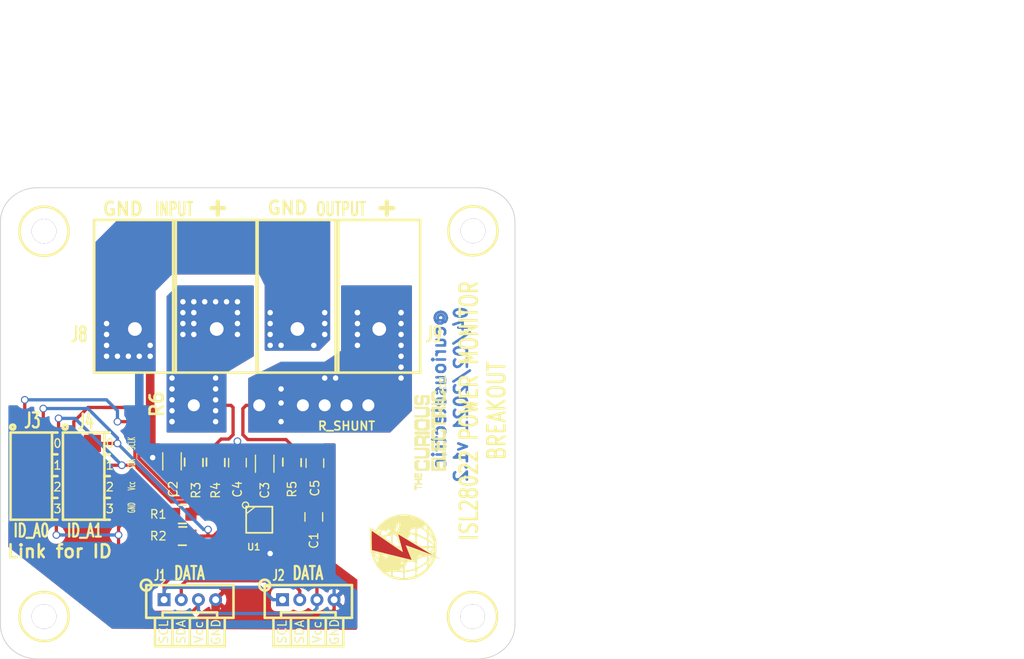
<source format=kicad_pcb>
(kicad_pcb (version 20171130) (host pcbnew "(5.1.10)-1")
  (layers (0 F.Cu signal) (31 B.Cu signal) (34 B.Paste user) (35 F.Paste user) (36 B.SilkS user) (37 F.SilkS user) (38 B.Mask user) (39 F.Mask user) (44 Edge.Cuts user))
  (net 0 "")
  (net 1 GND)
  (net 2 "Net-(C2-Pad1)")
  (net 3 /Vcc)
  (net 4 "Net-(C3-Pad1)")
  (net 5 "Net-(C3-Pad2)")
  (net 6 /Ishp)
  (net 7 /Ishn)
  (net 8 /SDA)
  (net 9 /SCLK)
  (net 10 "Net-(J3-Pad1)")
  (net 11 "Net-(J4-Pad1)")
  (net 12 "Net-(J5-Pad1)")
  (module REInnovationFootprint:SIL-4_Grove_Labelled_Correct (layer F.Cu) (at 58.43 130.41)
    (fp_text reference J1 (at -3.477 -4.953 -180) (layer F.SilkS) (effects (font (size 1.2 0.8) (thickness 0.2))))
    (fp_text value DATA (at -0.048 -5.207 -180) (layer F.SilkS) (effects (font (size 1.524 1.016) (thickness 0.254))))
    (fp_text user Vcc (at 1.016 1.651 90) (layer F.SilkS))
    (fp_text user GND (at 3.048 1.651 90) (layer F.SilkS))
    (fp_text user SDA (at -1.016 1.651 90) (layer F.SilkS))
    (fp_text user SCL (at -3.048 1.651 90) (layer F.SilkS))
    (pad 4 thru_hole circle (at 3 -2.111) (size 1.5 1.5) (drill 0.8) (layers *.Cu *.Mask) (net 1 GND))
    (pad 3 thru_hole circle (at 1 -2.111) (size 1.5 1.5) (drill 0.8) (layers *.Cu *.Mask) (net 3 /Vcc))
    (pad 2 thru_hole circle (at -1 -2.111) (size 1.5 1.5) (drill 0.8) (layers *.Cu *.Mask) (net 8 /SDA))
    (pad 1 thru_hole rect (at -3 -2.111) (size 1.5 1.5) (drill 0.8) (layers *.Cu *.Mask) (net 9 /SCLK))
  )
  (module REInnovationFootprint:TH_SIL-2_screw_terminal_32A_LARGE (layer F.Cu) (at 61.557 96.755 180)
    (fp_text reference J8 (at 16.002 -0.635 180) (layer F.SilkS) (effects (font (size 1.72974 1.08712) (thickness 0.27178))))
    (fp_text value INPUT (at 4.953 13.97 180) (layer F.SilkS) (effects (font (size 1.524 1.016) (thickness 0.254))))
    (fp_text user GND (at 10.922 13.97 180) (layer F.SilkS) (effects (font (size 1.524 1.524) (thickness 0.3048))))
    (fp_text user + (at -0.127 14.224 180) (layer F.SilkS) (effects (font (size 2 2) (thickness 0.5))))
    (pad 1 thru_hole rect (at 0 0 180) (size 3 3) (drill 1.6) (layers *.Cu *.Mask) (net 6 /Ishp))
    (pad 2 thru_hole circle (at 9.525 0 180) (size 3 3) (drill 1.6) (layers *.Cu *.Mask) (net 1 GND))
  )
  (module REInnovationFootprint:TH_SIL-2_screw_terminal_32A_LARGE (layer F.Cu) (at 80.48 96.755 180)
    (fp_text reference J9 (at -6.35 -0.635 180) (layer F.SilkS) (effects (font (size 1.72974 1.08712) (thickness 0.27178))))
    (fp_text value OUTPUT (at 4.445 13.97 180) (layer F.SilkS) (effects (font (size 1.524 1.016) (thickness 0.254))))
    (fp_text user GND (at 10.668 14.097 180) (layer F.SilkS) (effects (font (size 1.524 1.524) (thickness 0.3048))))
    (fp_text user + (at -0.889 14.224 180) (layer F.SilkS) (effects (font (size 2 2) (thickness 0.5))))
    (pad 1 thru_hole rect (at 0 0 180) (size 3 3) (drill 1.6) (layers *.Cu *.Mask) (net 7 /Ishn))
    (pad 2 thru_hole circle (at 9.525 0 180) (size 3 3) (drill 1.6) (layers *.Cu *.Mask) (net 1 GND))
  )
  (module matts_components:Rshunt_universal (layer F.Cu) (at 58.89 105.645)
    (fp_text reference R6 (at -4.318 -0.127 90) (layer F.SilkS) (effects (font (size 1.524 1.524) (thickness 0.3048))))
    (fp_text value R_SHUNT (at 17.78 2.413) (layer F.SilkS) (effects (font (thickness 0.2))))
    (pad 2 thru_hole rect (at 7.62 0) (size 2.54 6.35) (drill 1.4) (layers *.Cu *.Mask) (net 7 /Ishn))
    (pad 2 thru_hole rect (at 17.78 0) (size 2.54 2.54) (drill 1.4) (layers *.Cu *.Mask) (net 7 /Ishn))
    (pad 2 thru_hole rect (at 15.24 0) (size 2.54 2.54) (drill 1.4) (layers *.Cu *.Mask) (net 7 /Ishn))
    (pad 2 thru_hole rect (at 12.7 0) (size 2.54 6.35) (drill 1.4) (layers *.Cu *.Mask) (net 7 /Ishn))
    (pad 2 thru_hole rect (at 20.32 0) (size 2.54 2.54) (drill 1.4) (layers *.Cu *.Mask) (net 7 /Ishn))
    (pad 1 thru_hole rect (at 0 0) (size 2.54 6.35) (drill 1.4) (layers *.Cu *.Mask) (net 6 /Ishp))
  )
  (module REInnovationFootprint:SM_C_0805 (layer F.Cu) (at 72.86 118.6548 270)
    (fp_text reference C1 (at 2.7382 0 90) (layer F.SilkS))
    (fp_text value 100n hide)
    (pad 1 smd rect (at -0.9398 0 270) (size 1.3 1.5) (layers F.Cu F.Paste F.Mask) (net 1 GND))
    (pad 2 smd rect (at 0.9602 0 270) (size 1.3 1.5) (layers F.Cu F.Paste F.Mask) (net 3 /Vcc))
  )
  (module REInnovationFootprint:SM_R_1206 (layer F.Cu) (at 67.145 112.45 90)
    (fp_text reference C3 (at -3.101 0 270) (layer F.SilkS))
    (fp_text value 1u hide)
    (pad 1 smd rect (at -1.45 0 90) (size 0.9 1.7) (layers F.Cu F.Paste F.Mask) (net 4 "Net-(C3-Pad1)"))
    (pad 2 smd rect (at 1.45 0 90) (size 0.9 1.7) (layers F.Cu F.Paste F.Mask) (net 5 "Net-(C3-Pad2)"))
  )
  (module REInnovationFootprint:SM0805 (layer F.Cu) (at 57.62 118.345 270)
    (fp_text reference R1 (at 0 2.8702) (layer F.SilkS))
    (fp_text value 4.7k hide)
    (pad 1 smd rect (at 0 -0.9348 270) (size 1.5 1.3) (layers F.Cu F.Paste F.Mask) (net 8 /SDA))
    (pad 2 smd rect (at 0 0.9652 270) (size 1.5 1.3) (layers F.Cu F.Paste F.Mask) (net 3 /Vcc))
  )
  (module REInnovationFootprint:SM0805 (layer F.Cu) (at 57.62 120.885 270)
    (fp_text reference R2 (at 0 2.8702) (layer F.SilkS))
    (fp_text value 4.7k hide)
    (pad 1 smd rect (at 0 -0.9348 270) (size 1.5 1.3) (layers F.Cu F.Paste F.Mask) (net 9 /SCLK))
    (pad 2 smd rect (at 0 0.9652 270) (size 1.5 1.3) (layers F.Cu F.Paste F.Mask) (net 3 /Vcc))
  )
  (module REInnovationFootprint:SM0805 (layer F.Cu) (at 58.89 112.3302 180)
    (fp_text reference R3 (at -0.254 -3.2208 90) (layer F.SilkS))
    (fp_text value 470R hide)
    (pad 2 smd rect (at 0 0.9652 180) (size 1.5 1.3) (layers F.Cu F.Paste F.Mask) (net 6 /Ishp))
    (pad 1 smd rect (at 0 -0.9348 180) (size 1.5 1.3) (layers F.Cu F.Paste F.Mask) (net 2 "Net-(C2-Pad1)"))
  )
  (module REInnovationFootprint:SM0805 (layer F.Cu) (at 61.43 112.3252 180)
    (fp_text reference R4 (at 0 -3.2258 90) (layer F.SilkS))
    (fp_text value 470R hide)
    (pad 2 smd rect (at 0 0.9652 180) (size 1.5 1.3) (layers F.Cu F.Paste F.Mask) (net 6 /Ishp))
    (pad 1 smd rect (at 0 -0.9348 180) (size 1.5 1.3) (layers F.Cu F.Paste F.Mask) (net 4 "Net-(C3-Pad1)"))
  )
  (module REInnovationFootprint:SM0805 (layer F.Cu) (at 70.32 112.3302 180)
    (fp_text reference R5 (at 0 -3.0938 90) (layer F.SilkS))
    (fp_text value 470R hide)
    (pad 2 smd rect (at 0 0.9652 180) (size 1.5 1.3) (layers F.Cu F.Paste F.Mask) (net 7 /Ishn))
    (pad 1 smd rect (at 0 -0.9348 180) (size 1.5 1.3) (layers F.Cu F.Paste F.Mask) (net 5 "Net-(C3-Pad2)"))
  )
  (module REInnovationFootprint:MSOP10-0.5 (layer F.Cu) (at 66.51 118.98 270)
    (fp_text reference U1 (at 3.175 0.635) (layer F.SilkS) (effects (font (size 0.762 0.762) (thickness 0.1524))))
    (fp_text value ISL28022 hide)
    (pad 1 smd rect (at -1.016 2.2225 270) (size 0.29 1.4) (layers F.Cu F.Paste F.Mask) (net 11 "Net-(J4-Pad1)"))
    (pad 2 smd rect (at -0.508 2.2225 270) (size 0.29 1.4) (layers F.Cu F.Paste F.Mask) (net 10 "Net-(J3-Pad1)"))
    (pad 3 smd rect (at 0 2.2225 270) (size 0.29 1.4) (layers F.Cu F.Paste F.Mask) (net 1 GND))
    (pad 4 smd rect (at 0.508 2.2225 270) (size 0.29 1.4) (layers F.Cu F.Paste F.Mask) (net 8 /SDA))
    (pad 5 smd rect (at 1.016 2.2225 270) (size 0.29 1.4) (layers F.Cu F.Paste F.Mask) (net 9 /SCLK))
    (pad 6 smd rect (at 1.016 -2.2225 270) (size 0.29 1.4) (layers F.Cu F.Paste F.Mask) (net 3 /Vcc))
    (pad 7 smd rect (at 0.508 -2.2225 270) (size 0.29 1.4) (layers F.Cu F.Paste F.Mask) (net 1 GND))
    (pad 8 smd rect (at 0 -2.2225 270) (size 0.29 1.4) (layers F.Cu F.Paste F.Mask) (net 2 "Net-(C2-Pad1)"))
    (pad 9 smd rect (at -0.508 -2.2225 270) (size 0.29 1.4) (layers F.Cu F.Paste F.Mask) (net 5 "Net-(C3-Pad2)"))
    (pad 10 smd rect (at -1.016 -2.2225 270) (size 0.29 1.4) (layers F.Cu F.Paste F.Mask) (net 4 "Net-(C3-Pad1)"))
  )
  (module CuriousElectric3:2019_011_16_CuriousElectricCompany_Logo_Round_Logo_No_words_KiCAD_10mm_PCBLogo (layer B.Cu) (at 87.465 121.52 270)
    (fp_text reference J6 hide)
    (fp_text value LOGO1 hide)
    (fp_poly (pts (xy 1.598158 5.545666) (xy 1.705783 5.113042) (xy 1.80602 4.705886) (xy 1.897159 4.331429) (xy 1.977492 3.996898) (xy 2.045309 3.709525) (xy 2.098903 3.476537) (xy 2.136563 3.305164) (xy 2.156581 3.202636) (xy 2.158569 3.175) (xy 2.111409 3.190455) (xy 1.998121 3.233634) (xy 1.830759 3.299761) (xy 1.621372 3.384057) (xy 1.382015 3.481744) (xy 1.30842 3.512018) (xy 1.064121 3.611815) (xy 0.84763 3.698579) (xy 0.670636 3.767764) (xy 0.544826 3.814825) (xy 0.481885 3.835215) (xy 0.476981 3.835425) (xy 0.488865 3.793728) (xy 0.529404 3.678319) (xy 0.596627 3.494419) (xy 0.688564 3.247251) (xy 0.803244 2.942034) (xy 0.938696 2.583991) (xy 1.09295 2.178343) (xy 1.264034 1.730312) (xy 1.449979 1.24512) (xy 1.648813 0.727987) (xy 1.696865 0.60325) (xy 1.718786 0.530957) (xy 1.716638 0.508) (xy 1.690623 0.542461) (xy 1.627213 0.638947) (xy 1.53296 0.787116) (xy 1.414414 0.976624) (xy 1.278125 1.197128) (xy 1.213951 1.30175) (xy 0.839385 1.914222) (xy 0.507452 2.457896) (xy 0.21624 2.935974) (xy -0.036165 3.351659) (xy -0.251675 3.708153) (xy -0.432203 4.008659) (xy -0.579661 4.256379) (xy -0.695963 4.454515) (xy -0.783021 4.606271) (xy -0.842749 4.714848) (xy -0.877058 4.783449) (xy -0.887861 4.815277) (xy -0.886433 4.818326) (xy -0.837265 4.811146) (xy -0.718164 4.783815) (xy -0.54065 4.739279) (xy -0.316247 4.680484) (xy -0.056475 4.610374) (xy 0.152388 4.552763) (xy 0.429212 4.47628) (xy 0.677522 4.408732) (xy 0.886181 4.353062) (xy 1.044052 4.312214) (xy 1.139998 4.289131) (xy 1.164643 4.285271) (xy 1.143056 4.321197) (xy 1.077521 4.420041) (xy 0.972518 4.575268) (xy 0.832523 4.780344) (xy 0.662014 5.028737) (xy 0.46547 5.313912) (xy 0.247368 5.629335) (xy 0.012186 5.968473) (xy -0.069101 6.085474) (xy -0.309311 6.431462) (xy -0.534242 6.756214) (xy -0.739372 7.053148) (xy -0.920181 7.315681) (xy -1.072147 7.537233) (xy -1.190747 7.71122) (xy -1.271462 7.831062) (xy -1.309769 7.890176) (xy -1.312333 7.895224) (xy -1.271806 7.900749) (xy -1.157444 7.905734) (xy -0.980081 7.909982) (xy -0.750549 7.913295) (xy -0.47968 7.915476) (xy -0.178306 7.916328) (xy -0.153453 7.916333) (xy 1.005427 7.916333) (xy 1.598158 5.545666)) (layer F.Cu) (width 0.01))
  )
  (module CuriousElectric3:TCEC_Words_13mm (layer F.Cu) (at 84.29 115.805 90)
    (fp_text reference J7 hide)
    (fp_text value LOGO2 hide)
  )
  (module REInnovationFootprint:SM_R_1206 (layer F.Cu) (at 56.35 112.175 90)
    (fp_text reference C2 (at -3.249 0.127 270) (layer F.SilkS))
    (fp_text value 2.2u hide)
    (pad 1 smd rect (at -1.45 0 90) (size 0.9 1.7) (layers F.Cu F.Paste F.Mask) (net 2 "Net-(C2-Pad1)"))
    (pad 2 smd rect (at 1.45 0 90) (size 0.9 1.7) (layers F.Cu F.Paste F.Mask) (net 1 GND))
  )
  (module REInnovationFootprint:SM_C_0805 (layer F.Cu) (at 63.97 112.3252 90)
    (fp_text reference C4 (at -3.0988 0 270) (layer F.SilkS))
    (fp_text value 10n hide)
    (pad 2 smd rect (at 0.9602 0 90) (size 1.3 1.5) (layers F.Cu F.Paste F.Mask) (net 1 GND))
    (pad 1 smd rect (at -0.9398 0 90) (size 1.3 1.5) (layers F.Cu F.Paste F.Mask) (net 4 "Net-(C3-Pad1)"))
  )
  (module REInnovationFootprint:SM_C_0805 (layer F.Cu) (at 72.987 112.376 90)
    (fp_text reference C5 (at -2.921 0 90) (layer F.SilkS))
    (fp_text value 10n hide)
    (pad 1 smd rect (at -0.9398 0 90) (size 1.3 1.5) (layers F.Cu F.Paste F.Mask) (net 5 "Net-(C3-Pad2)"))
    (pad 2 smd rect (at 0.9602 0 90) (size 1.3 1.5) (layers F.Cu F.Paste F.Mask) (net 1 GND))
  )
  (module REInnovationFootprint:SIL-4_Grove_Labelled_Correct (layer F.Cu) (at 72.225 130.41)
    (fp_text reference J2 (at -3.477 -4.953 -180) (layer F.SilkS) (effects (font (size 1.2 0.8) (thickness 0.2))))
    (fp_text value DATA (at -0.048 -5.207 -180) (layer F.SilkS) (effects (font (size 1.524 1.016) (thickness 0.254))))
    (fp_text user Vcc (at 1.016 1.651 90) (layer F.SilkS))
    (fp_text user GND (at 3.048 1.651 90) (layer F.SilkS))
    (fp_text user SDA (at -1.016 1.651 90) (layer F.SilkS))
    (fp_text user SCL (at -3.048 1.651 90) (layer F.SilkS))
    (pad 4 thru_hole circle (at 3 -2.111) (size 1.5 1.5) (drill 0.8) (layers *.Cu *.Mask) (net 1 GND))
    (pad 3 thru_hole circle (at 1 -2.111) (size 1.5 1.5) (drill 0.8) (layers *.Cu *.Mask) (net 3 /Vcc))
    (pad 2 thru_hole circle (at -1 -2.111) (size 1.5 1.5) (drill 0.8) (layers *.Cu *.Mask) (net 8 /SDA))
    (pad 1 thru_hole rect (at -3 -2.111) (size 1.5 1.5) (drill 0.8) (layers *.Cu *.Mask) (net 9 /SCLK))
  )
  (module REInnovationFootprint:SM_SOLDER_ID_4_WAY (layer F.Cu) (at 39.84 120.885)
    (fp_text reference J3 (at 0.254 -13.462) (layer F.SilkS) (effects (font (size 1.72974 1.08712) (thickness 0.27178))))
    (fp_text value ID_A0 (at 0.127 -0.635) (layer F.SilkS) (effects (font (size 1.524 1.016) (thickness 0.254))))
    (fp_text user 3 (at 3.175 -3.175) (layer F.SilkS))
    (fp_text user 2 (at 3.175 -5.715) (layer F.SilkS))
    (fp_text user 1 (at 3.175 -8.255) (layer F.SilkS))
    (fp_text user 0 (at 3.175 -10.795) (layer F.SilkS))
    (pad 1 smd rect (at -1.524 -6.985) (size 1 9) (layers F.Cu) (net 10 "Net-(J3-Pad1)"))
    (pad 1 smd rect (at -1.016 -10.795) (size 2 2) (layers F.Cu F.Paste F.Mask) (net 10 "Net-(J3-Pad1)"))
    (pad 1 smd rect (at -1.016 -8.255) (size 2 2) (layers F.Cu F.Paste F.Mask) (net 10 "Net-(J3-Pad1)"))
    (pad 1 smd rect (at -1.016 -3.175) (size 2 2) (layers F.Cu F.Paste F.Mask) (net 10 "Net-(J3-Pad1)"))
    (pad 5 smd rect (at 1.143 -3.175) (size 2 2) (layers F.Cu F.Paste F.Mask) (net 1 GND))
    (pad 4 smd rect (at 1.143 -5.715) (size 2 2) (layers F.Cu F.Paste F.Mask) (net 3 /Vcc))
    (pad 3 smd rect (at 1.143 -8.255) (size 2 2) (layers F.Cu F.Paste F.Mask) (net 8 /SDA))
    (pad 2 smd rect (at 1.143 -10.795) (size 2 2) (layers F.Cu F.Paste F.Mask) (net 9 /SCLK))
    (pad 1 smd rect (at -1.016 -5.715) (size 2 2) (layers F.Cu F.Paste F.Mask) (net 10 "Net-(J3-Pad1)"))
  )
  (module REInnovationFootprint:SM_SOLDER_ID_4_WAY (layer F.Cu) (at 45.936 120.885)
    (fp_text reference J4 (at 0.381 -13.335) (layer F.SilkS) (effects (font (size 1.72974 1.08712) (thickness 0.27178))))
    (fp_text value ID_A1 (at 0.254 -0.635) (layer F.SilkS) (effects (font (size 1.524 1.016) (thickness 0.254))))
    (fp_text user 0 (at 3.175 -10.795) (layer F.SilkS))
    (fp_text user 1 (at 3.175 -8.255) (layer F.SilkS))
    (fp_text user 2 (at 3.175 -5.715) (layer F.SilkS))
    (fp_text user 3 (at 3.175 -3.175) (layer F.SilkS))
    (pad 1 smd rect (at -1.016 -5.715) (size 2 2) (layers F.Cu F.Paste F.Mask) (net 11 "Net-(J4-Pad1)"))
    (pad 2 smd rect (at 1.143 -10.795) (size 2 2) (layers F.Cu F.Paste F.Mask) (net 9 /SCLK))
    (pad 3 smd rect (at 1.143 -8.255) (size 2 2) (layers F.Cu F.Paste F.Mask) (net 8 /SDA))
    (pad 4 smd rect (at 1.143 -5.715) (size 2 2) (layers F.Cu F.Paste F.Mask) (net 3 /Vcc))
    (pad 5 smd rect (at 1.143 -3.175) (size 2 2) (layers F.Cu F.Paste F.Mask) (net 1 GND))
    (pad 1 smd rect (at -1.016 -3.175) (size 2 2) (layers F.Cu F.Paste F.Mask) (net 11 "Net-(J4-Pad1)"))
    (pad 1 smd rect (at -1.016 -8.255) (size 2 2) (layers F.Cu F.Paste F.Mask) (net 11 "Net-(J4-Pad1)"))
    (pad 1 smd rect (at -1.016 -10.795) (size 2 2) (layers F.Cu F.Paste F.Mask) (net 11 "Net-(J4-Pad1)"))
    (pad 1 smd rect (at -1.524 -6.985) (size 1 9) (layers F.Cu) (net 11 "Net-(J4-Pad1)"))
  )
  (module REInnovationFootprint:PCB_60x55_outline (layer F.Cu) (at 83.655 127.235)
    (fp_text reference J5 hide)
    (fp_text value PCB hide)
    (fp_line (start -42.95032 -46.94731) (end -42.95032 -46.94731) (layer Edge.Cuts) (width 0.1))
    (fp_line (start -42.95032 -46.94731) (end -42.95032 -46.94731) (layer Edge.Cuts) (width 0.1))
    (fp_line (start -43.39437 -46.92689) (end -42.95032 -46.94731) (layer Edge.Cuts) (width 0.1))
    (fp_line (start -43.82531 -46.86694) (end -43.39437 -46.92689) (layer Edge.Cuts) (width 0.1))
    (fp_line (start -44.24101 -46.76943) (end -43.82531 -46.86694) (layer Edge.Cuts) (width 0.1))
    (fp_line (start -44.6393 -46.63631) (end -44.24101 -46.76943) (layer Edge.Cuts) (width 0.1))
    (fp_line (start -45.01805 -46.46957) (end -44.6393 -46.63631) (layer Edge.Cuts) (width 0.1))
    (fp_line (start -45.37513 -46.27116) (end -45.01805 -46.46957) (layer Edge.Cuts) (width 0.1))
    (fp_line (start -45.70837 -46.04305) (end -45.37513 -46.27116) (layer Edge.Cuts) (width 0.1))
    (fp_line (start -46.01564 -45.78719) (end -45.70837 -46.04305) (layer Edge.Cuts) (width 0.1))
    (fp_line (start -46.29478 -45.50557) (end -46.01564 -45.78719) (layer Edge.Cuts) (width 0.1))
    (fp_line (start -46.54368 -45.20014) (end -46.29478 -45.50557) (layer Edge.Cuts) (width 0.1))
    (fp_line (start -46.76015 -44.87287) (end -46.54368 -45.20014) (layer Edge.Cuts) (width 0.1))
    (fp_line (start -46.94208 -44.52572) (end -46.76015 -44.87287) (layer Edge.Cuts) (width 0.1))
    (fp_line (start -47.08731 -44.16067) (end -46.94208 -44.52572) (layer Edge.Cuts) (width 0.1))
    (fp_line (start -47.19371 -43.77967) (end -47.08731 -44.16067) (layer Edge.Cuts) (width 0.1))
    (fp_line (start -47.25912 -43.38469) (end -47.19371 -43.77967) (layer Edge.Cuts) (width 0.1))
    (fp_line (start -47.2814 -42.9777) (end -47.25912 -43.38469) (layer Edge.Cuts) (width 0.1))
    (fp_line (start -47.2814 3.9919) (end -47.2814 -42.9777) (layer Edge.Cuts) (width 0.1))
    (fp_line (start -47.25912 4.3988) (end -47.2814 3.9919) (layer Edge.Cuts) (width 0.1))
    (fp_line (start -47.19371 4.7939) (end -47.25912 4.3988) (layer Edge.Cuts) (width 0.1))
    (fp_line (start -47.08731 5.1749) (end -47.19371 4.7939) (layer Edge.Cuts) (width 0.1))
    (fp_line (start -46.94208 5.5399) (end -47.08731 5.1749) (layer Edge.Cuts) (width 0.1))
    (fp_line (start -46.76015 5.887) (end -46.94208 5.5399) (layer Edge.Cuts) (width 0.1))
    (fp_line (start -46.54368 6.2144) (end -46.76015 5.887) (layer Edge.Cuts) (width 0.1))
    (fp_line (start -46.29478 6.5198) (end -46.54368 6.2144) (layer Edge.Cuts) (width 0.1))
    (fp_line (start -46.01564 6.8014) (end -46.29478 6.5198) (layer Edge.Cuts) (width 0.1))
    (fp_line (start -45.70837 7.0572) (end -46.01564 6.8014) (layer Edge.Cuts) (width 0.1))
    (fp_line (start -45.37513 7.2854) (end -45.70837 7.0572) (layer Edge.Cuts) (width 0.1))
    (fp_line (start -45.01805 7.4837) (end -45.37513 7.2854) (layer Edge.Cuts) (width 0.1))
    (fp_line (start -44.6393 7.6505) (end -45.01805 7.4837) (layer Edge.Cuts) (width 0.1))
    (fp_line (start -44.24101 7.7837) (end -44.6393 7.6505) (layer Edge.Cuts) (width 0.1))
    (fp_line (start -43.82531 7.8811) (end -44.24101 7.7837) (layer Edge.Cuts) (width 0.1))
    (fp_line (start -43.39437 7.9411) (end -43.82531 7.8811) (layer Edge.Cuts) (width 0.1))
    (fp_line (start -42.95032 7.9616) (end -43.39437 7.9411) (layer Edge.Cuts) (width 0.1))
    (fp_line (start 8.2963 7.9616) (end -42.95032 7.9616) (layer Edge.Cuts) (width 0.1))
    (fp_line (start 8.7404 7.9411) (end 8.2963 7.9616) (layer Edge.Cuts) (width 0.1))
    (fp_line (start 9.1714 7.8811) (end 8.7404 7.9411) (layer Edge.Cuts) (width 0.1))
    (fp_line (start 9.5871 7.7837) (end 9.1714 7.8811) (layer Edge.Cuts) (width 0.1))
    (fp_line (start 9.9853 7.6505) (end 9.5871 7.7837) (layer Edge.Cuts) (width 0.1))
    (fp_line (start 10.3641 7.4837) (end 9.9853 7.6505) (layer Edge.Cuts) (width 0.1))
    (fp_line (start 10.7212 7.2854) (end 10.3641 7.4837) (layer Edge.Cuts) (width 0.1))
    (fp_line (start 11.0544 7.0572) (end 10.7212 7.2854) (layer Edge.Cuts) (width 0.1))
    (fp_line (start 11.3617 6.8014) (end 11.0544 7.0572) (layer Edge.Cuts) (width 0.1))
    (fp_line (start 11.6408 6.5198) (end 11.3617 6.8014) (layer Edge.Cuts) (width 0.1))
    (fp_line (start 11.8897 6.2144) (end 11.6408 6.5198) (layer Edge.Cuts) (width 0.1))
    (fp_line (start 12.1061 5.887) (end 11.8897 6.2144) (layer Edge.Cuts) (width 0.1))
    (fp_line (start 12.2881 5.5399) (end 12.1061 5.887) (layer Edge.Cuts) (width 0.1))
    (fp_line (start 12.4334 5.1749) (end 12.2881 5.5399) (layer Edge.Cuts) (width 0.1))
    (fp_line (start 12.5397 4.7939) (end 12.4334 5.1749) (layer Edge.Cuts) (width 0.1))
    (fp_line (start 12.6051 4.3988) (end 12.5397 4.7939) (layer Edge.Cuts) (width 0.1))
    (fp_line (start 12.6275 3.9919) (end 12.6051 4.3988) (layer Edge.Cuts) (width 0.1))
    (fp_line (start 12.6275 -42.9777) (end 12.6275 3.9919) (layer Edge.Cuts) (width 0.1))
    (fp_line (start 12.6051 -43.38469) (end 12.6275 -42.9777) (layer Edge.Cuts) (width 0.1))
    (fp_line (start 12.5397 -43.77967) (end 12.6051 -43.38469) (layer Edge.Cuts) (width 0.1))
    (fp_line (start 12.4334 -44.16067) (end 12.5397 -43.77967) (layer Edge.Cuts) (width 0.1))
    (fp_line (start 12.2881 -44.52572) (end 12.4334 -44.16067) (layer Edge.Cuts) (width 0.1))
    (fp_line (start 12.1061 -44.87287) (end 12.2881 -44.52572) (layer Edge.Cuts) (width 0.1))
    (fp_line (start 11.8897 -45.20015) (end 12.1061 -44.87287) (layer Edge.Cuts) (width 0.1))
    (fp_line (start 11.6408 -45.50557) (end 11.8897 -45.20015) (layer Edge.Cuts) (width 0.1))
    (fp_line (start 11.3617 -45.78719) (end 11.6408 -45.50557) (layer Edge.Cuts) (width 0.1))
    (fp_line (start 11.0544 -46.04305) (end 11.3617 -45.78719) (layer Edge.Cuts) (width 0.1))
    (fp_line (start 10.7212 -46.27116) (end 11.0544 -46.04305) (layer Edge.Cuts) (width 0.1))
    (fp_line (start 10.3641 -46.46957) (end 10.7212 -46.27116) (layer Edge.Cuts) (width 0.1))
    (fp_line (start 9.9853 -46.63631) (end 10.3641 -46.46957) (layer Edge.Cuts) (width 0.1))
    (fp_line (start 9.5871 -46.76943) (end 9.9853 -46.63631) (layer Edge.Cuts) (width 0.1))
    (fp_line (start 9.1714 -46.86694) (end 9.5871 -46.76943) (layer Edge.Cuts) (width 0.1))
    (fp_line (start 8.7404 -46.92689) (end 9.1714 -46.86694) (layer Edge.Cuts) (width 0.1))
    (fp_line (start 8.2963 -46.94731) (end 8.7404 -46.92689) (layer Edge.Cuts) (width 0.1))
    (fp_line (start -42.95032 -46.94731) (end 8.2963 -46.94731) (layer Edge.Cuts) (width 0.1))
    (pad 1 thru_hole circle (at -42.208549 -41.874464) (size 2.864946 2.864946) (drill 2.864946) (layers *.Cu *.Mask) (net 12 "Net-(J5-Pad1)"))
    (pad 2 thru_hole circle (at 7.741451 -41.924464) (size 2.864946 2.864946) (drill 2.864946) (layers *.Cu *.Mask))
    (pad 3 thru_hole circle (at 7.691452 3.025532) (size 2.864946 2.864946) (drill 2.864946) (layers *.Cu *.Mask))
    (pad 4 thru_hole circle (at -42.208549 3.025536) (size 2.864946 2.864946) (drill 2.864946) (layers *.Cu *.Mask))
  )
  (gr_text "04/02/2021 v1.2" (at 90.005 104.375 90) (layer B.Cu) (effects (font (size 1.5 1.5) (thickness 0.3)) (justify mirror)))
  (gr_text @curiouselectric (at 87.465 103.74 90) (layer B.Cu) (effects (font (size 1.5 1.5) (thickness 0.3)) (justify mirror)))
  (gr_text "ISL28022 POWER MONITOR\nBREAKOUT" (at 92.545 106.28 90) (layer F.SilkS) (effects (font (size 2 1.5) (thickness 0.3))))
  (gr_text GND (at 51.651 117.583 90) (layer F.SilkS) (effects (font (size 0.8 0.4) (thickness 0.1))))
  (gr_text Vcc (at 51.651 115.043 90) (layer F.SilkS) (effects (font (size 0.8 0.4) (thickness 0.1))))
  (gr_text SDA (at 51.651 112.503 90) (layer F.SilkS) (effects (font (size 0.8 0.4) (thickness 0.1))))
  (gr_text SCLK (at 51.651 110.09 90) (layer F.SilkS) (effects (font (size 0.8 0.4) (thickness 0.1))))
  (gr_text "Link for ID" (at 43.269 122.663) (layer F.SilkS) (effects (font (size 1.5 1.5) (thickness 0.3))))
  (segment (start 70.447 119.488) (end 71.336 118.599) (width 0.381) (layer F.Cu) (net 1))
  (segment (start 71.336 118.599) (end 71.336 118.091) (width 0.381) (layer F.Cu) (net 1))
  (segment (start 71.712 117.715) (end 72.86 117.715) (width 0.381) (layer F.Cu) (net 1))
  (segment (start 71.336 118.091) (end 71.712 117.715) (width 0.381) (layer F.Cu) (net 1))
  (segment (start 73.991 117.715) (end 74.765 116.941) (width 0.381) (layer F.Cu) (net 1))
  (segment (start 72.86 117.715) (end 73.991 117.715) (width 0.381) (layer F.Cu) (net 1))
  (segment (start 74.765 116.941) (end 74.765 112.122) (width 0.381) (layer F.Cu) (net 1))
  (segment (start 74.008 111.365) (end 72.86 111.365) (width 0.381) (layer F.Cu) (net 1))
  (segment (start 74.765 112.122) (end 74.008 111.365) (width 0.381) (layer F.Cu) (net 1))
  (segment (start 53.683 130.537) (end 51.7145 128.5685) (width 0.381) (layer F.Cu) (net 1))
  (segment (start 59.525 130.537) (end 53.683 130.537) (width 0.381) (layer F.Cu) (net 1))
  (via (at 67.78 122.917) (size 0.889) (drill 0.635) (layers F.Cu B.Cu) (net 1))
  (segment (start 51.905 98.87632) (end 50.512774 100.268546) (width 0.381) (layer F.Cu) (net 1))
  (segment (start 51.905 96.755) (end 51.905 98.87632) (width 0.381) (layer F.Cu) (net 1))
  (segment (start 70.955 90.405) (end 70.955 96.755) (width 0.381) (layer F.Cu) (net 1))
  (segment (start 51.905 96.755) (end 51.905 91.04) (width 0.381) (layer F.Cu) (net 1))
  (segment (start 54.826 110.725) (end 56.35 110.725) (width 0.381) (layer F.Cu) (net 1))
  (segment (start 53.937 109.836) (end 54.826 110.725) (width 0.381) (layer F.Cu) (net 1))
  (segment (start 75.225 129.442) (end 75.225 128.299) (width 0.381) (layer F.Cu) (net 1))
  (segment (start 74.13 130.537) (end 75.225 129.442) (width 0.381) (layer F.Cu) (net 1))
  (segment (start 67.78 121.901) (end 71.082 121.901) (width 0.381) (layer B.Cu) (net 1))
  (segment (start 67.78 121.901) (end 67.78 122.917) (width 0.381) (layer B.Cu) (net 1))
  (segment (start 67.78 115.417617) (end 67.78 121.901) (width 0.381) (layer B.Cu) (net 1))
  (segment (start 75.225 126.044) (end 75.225 128.299) (width 0.381) (layer B.Cu) (net 1))
  (segment (start 71.082 121.901) (end 75.225 126.044) (width 0.381) (layer B.Cu) (net 1))
  (segment (start 66.891 122.028) (end 66.891 120.885) (width 0.381) (layer F.Cu) (net 1))
  (segment (start 67.78 122.917) (end 66.891 122.028) (width 0.381) (layer F.Cu) (net 1))
  (segment (start 59.525 130.537) (end 61.43 130.537) (width 0.381) (layer F.Cu) (net 1))
  (segment (start 61.43 130.537) (end 74.13 130.537) (width 0.381) (layer F.Cu) (net 1))
  (segment (start 52.032 96.755) (end 53.81 94.977) (width 1) (layer F.Cu) (net 1))
  (segment (start 53.81 94.977) (end 53.81 93.58) (width 1) (layer F.Cu) (net 1))
  (via (at 67.78 96.12) (size 0.889) (drill 0.635) (layers F.Cu B.Cu) (net 1))
  (segment (start 67.78 94.85) (end 67.78 96.12) (width 1) (layer F.Cu) (net 1))
  (via (at 67.78 97.39) (size 0.889) (drill 0.635) (layers F.Cu B.Cu) (net 1))
  (segment (start 67.78 96.12) (end 67.78 97.39) (width 1) (layer B.Cu) (net 1))
  (via (at 67.78 98.66) (size 0.889) (drill 0.635) (layers F.Cu B.Cu) (net 1))
  (segment (start 67.78 97.39) (end 67.78 98.66) (width 1) (layer F.Cu) (net 1))
  (via (at 69.05 98.66) (size 0.889) (drill 0.635) (layers F.Cu B.Cu) (net 1))
  (segment (start 67.78 98.66) (end 69.05 98.66) (width 1) (layer B.Cu) (net 1))
  (segment (start 48.73 93.58) (end 48.73 94.85) (width 1) (layer B.Cu) (net 1))
  (via (at 48.73 96.12) (size 0.889) (drill 0.635) (layers F.Cu B.Cu) (net 1))
  (segment (start 48.73 94.85) (end 48.73 96.12) (width 1) (layer B.Cu) (net 1))
  (via (at 48.73 97.39) (size 0.889) (drill 0.635) (layers F.Cu B.Cu) (net 1))
  (segment (start 48.73 96.12) (end 48.73 97.39) (width 1) (layer F.Cu) (net 1))
  (via (at 48.73 98.66) (size 0.889) (drill 0.635) (layers F.Cu B.Cu) (net 1))
  (segment (start 48.73 97.39) (end 48.73 98.66) (width 1) (layer B.Cu) (net 1))
  (via (at 48.73 99.93) (size 0.889) (drill 0.635) (layers F.Cu B.Cu) (net 1))
  (segment (start 48.73 98.66) (end 48.73 99.93) (width 1) (layer F.Cu) (net 1))
  (via (at 50 99.93) (size 0.889) (drill 0.635) (layers F.Cu B.Cu) (net 1))
  (segment (start 48.73 99.93) (end 50 99.93) (width 1) (layer B.Cu) (net 1))
  (via (at 51.27 99.93) (size 0.889) (drill 0.635) (layers F.Cu B.Cu) (net 1))
  (via (at 52.54 99.93) (size 0.889) (drill 0.635) (layers F.Cu B.Cu) (net 1))
  (segment (start 51.27 99.93) (end 52.54 99.93) (width 1) (layer B.Cu) (net 1))
  (segment (start 52.54 99.93) (end 53.81 99.93) (width 1) (layer F.Cu) (net 1))
  (via (at 53.81 98.66) (size 0.889) (drill 0.635) (layers F.Cu B.Cu) (net 1))
  (segment (start 53.81 99.93) (end 53.81 98.66) (width 1) (layer F.Cu) (net 1))
  (segment (start 53.81 98.66) (end 53.81 99.93) (width 1) (layer B.Cu) (net 1))
  (via (at 53.81 99.93) (size 0.889) (drill 0.635) (layers F.Cu B.Cu) (net 1))
  (segment (start 40.983 117.71) (end 40.983 119.091) (width 0.381) (layer F.Cu) (net 1))
  (segment (start 50.635 100.565) (end 50.635 99.93) (width 1) (layer F.Cu) (net 1))
  (segment (start 50.635 99.93) (end 51.27 99.93) (width 1) (layer F.Cu) (net 1))
  (segment (start 50 99.93) (end 50.635 99.93) (width 1) (layer F.Cu) (net 1))
  (segment (start 46.063 122.917) (end 46.063 121.012) (width 0.381) (layer F.Cu) (net 1))
  (segment (start 47.079 119.996) (end 47.079 117.71) (width 0.381) (layer F.Cu) (net 1))
  (segment (start 46.063 121.012) (end 47.079 119.996) (width 0.381) (layer F.Cu) (net 1))
  (segment (start 40.983 117.71) (end 40.983 121.266) (width 0.381) (layer F.Cu) (net 1))
  (segment (start 44.3485 124.6315) (end 47.7775 124.6315) (width 0.381) (layer F.Cu) (net 1))
  (segment (start 40.983 121.266) (end 44.3485 124.6315) (width 0.381) (layer F.Cu) (net 1))
  (segment (start 46.063 122.917) (end 47.7775 124.6315) (width 0.381) (layer F.Cu) (net 1))
  (segment (start 47.7775 124.6315) (end 51.7145 128.5685) (width 0.381) (layer F.Cu) (net 1))
  (segment (start 55.119 110.725) (end 54.103 111.741) (width 0.381) (layer F.Cu) (net 1))
  (segment (start 56.35 110.725) (end 55.119 110.725) (width 0.381) (layer F.Cu) (net 1))
  (via (at 54.103 111.741) (size 0.889) (drill 0.635) (layers F.Cu B.Cu) (net 1))
  (segment (start 64.103382 111.741) (end 64.481191 112.118809) (width 0.381) (layer B.Cu) (net 1))
  (segment (start 54.103 111.741) (end 64.103382 111.741) (width 0.381) (layer B.Cu) (net 1))
  (segment (start 64.481191 112.118809) (end 67.78 115.417617) (width 0.381) (layer B.Cu) (net 1))
  (segment (start 52.032 98.152) (end 53.81 99.93) (width 1) (layer F.Cu) (net 1))
  (segment (start 52.032 96.755) (end 52.032 98.152) (width 1) (layer F.Cu) (net 1))
  (segment (start 53.81 107.931) (end 53.937 108.058) (width 1) (layer F.Cu) (net 1))
  (segment (start 53.81 99.93) (end 53.81 107.931) (width 1) (layer F.Cu) (net 1))
  (segment (start 53.937 108.058) (end 53.937 109.836) (width 0.381) (layer F.Cu) (net 1))
  (segment (start 52.032 99.422) (end 52.54 99.93) (width 1) (layer B.Cu) (net 1))
  (segment (start 52.032 96.755) (end 52.032 99.422) (width 1) (layer B.Cu) (net 1))
  (segment (start 52.54 110.178) (end 54.103 111.741) (width 1) (layer B.Cu) (net 1))
  (segment (start 52.54 99.93) (end 52.54 110.178) (width 1) (layer B.Cu) (net 1))
  (segment (start 70.955 96.755) (end 70.955 89.643) (width 1) (layer F.Cu) (net 1))
  (segment (start 70.955 89.643) (end 68.796 87.484) (width 1) (layer F.Cu) (net 1))
  (segment (start 55.461 87.484) (end 52.032 90.913) (width 1) (layer F.Cu) (net 1))
  (segment (start 68.796 87.484) (end 55.461 87.484) (width 1) (layer F.Cu) (net 1))
  (segment (start 51.905 91.04) (end 52.032 90.913) (width 0.381) (layer F.Cu) (net 1))
  (segment (start 52.032 90.913) (end 52.413 90.532) (width 1) (layer F.Cu) (net 1))
  (segment (start 52.032 96.755) (end 52.032 90.913) (width 1) (layer F.Cu) (net 1))
  (segment (start 52.413 90.532) (end 55.08 87.865) (width 0.381) (layer F.Cu) (net 1))
  (segment (start 70.955 96.755) (end 72.86 98.66) (width 1) (layer F.Cu) (net 1))
  (via (at 72.86 98.66) (size 0.889) (drill 0.635) (layers F.Cu B.Cu) (net 1))
  (via (at 74.13 97.39) (size 0.889) (drill 0.635) (layers F.Cu B.Cu) (net 1))
  (segment (start 72.86 98.66) (end 74.13 97.39) (width 1) (layer F.Cu) (net 1))
  (via (at 74.13 96.12) (size 0.889) (drill 0.635) (layers F.Cu B.Cu) (net 1))
  (segment (start 74.13 97.39) (end 74.13 96.12) (width 1) (layer B.Cu) (net 1))
  (segment (start 74.13 96.12) (end 74.13 94.85) (width 1) (layer B.Cu) (net 1))
  (via (at 74.13 94.85) (size 0.889) (drill 0.635) (layers F.Cu B.Cu) (net 1))
  (via (at 67.78 94.85) (size 0.889) (drill 0.635) (layers F.Cu B.Cu) (net 1))
  (segment (start 67.78 96.12) (end 67.78 94.85) (width 1) (layer B.Cu) (net 1))
  (segment (start 52.032 96.755) (end 52.032 91.548) (width 1) (layer B.Cu) (net 1))
  (segment (start 67.145 87.23) (end 70.955 91.04) (width 1) (layer B.Cu) (net 1))
  (segment (start 70.955 91.04) (end 70.955 96.755) (width 1) (layer B.Cu) (net 1))
  (segment (start 56.35 87.23) (end 67.145 87.23) (width 1) (layer B.Cu) (net 1))
  (segment (start 52.032 91.548) (end 56.35 87.23) (width 1) (layer B.Cu) (net 1))
  (segment (start 61.43 128.299) (end 61.43 130.41) (width 1) (layer F.Cu) (net 1))
  (segment (start 61.43 130.41) (end 61.43 130.537) (width 0.381) (layer F.Cu) (net 1))
  (segment (start 53.6115 130.8465) (end 53.175 130.41) (width 1) (layer F.Cu) (net 1))
  (segment (start 59.7235 130.8465) (end 60.16 130.41) (width 1) (layer F.Cu) (net 1))
  (segment (start 53.6115 130.8465) (end 59.7235 130.8465) (width 1) (layer F.Cu) (net 1))
  (segment (start 61.43 130.41) (end 60.16 130.41) (width 1) (layer F.Cu) (net 1))
  (segment (start 68.7325 119.488) (end 70.447 119.488) (width 0.254) (layer F.Cu) (net 1))
  (segment (start 66.002 118.98) (end 66.51 119.488) (width 0.254) (layer F.Cu) (net 1))
  (segment (start 64.2875 118.98) (end 66.002 118.98) (width 0.254) (layer F.Cu) (net 1))
  (segment (start 66.51 119.488) (end 67.272 119.488) (width 0.254) (layer F.Cu) (net 1))
  (segment (start 67.526 119.488) (end 67.272 119.488) (width 0.254) (layer F.Cu) (net 1))
  (segment (start 68.7325 119.488) (end 67.526 119.488) (width 0.254) (layer F.Cu) (net 1))
  (segment (start 67.018 119.488) (end 67.018 120.123) (width 0.254) (layer F.Cu) (net 1))
  (segment (start 67.018 119.488) (end 66.51 119.488) (width 0.254) (layer F.Cu) (net 1))
  (segment (start 67.526 119.488) (end 67.018 119.488) (width 0.254) (layer F.Cu) (net 1))
  (segment (start 63.97 111.365) (end 63.97 109.836) (width 0.381) (layer F.Cu) (net 1))
  (via (at 63.97 109.836) (size 0.889) (drill 0.635) (layers F.Cu B.Cu) (net 1))
  (segment (start 58.885 113.26) (end 58.89 113.265) (width 0.381) (layer F.Cu) (net 2))
  (segment (start 58.89 114.296) (end 58.89 113.265) (width 0.381) (layer F.Cu) (net 2))
  (segment (start 66.637 117.583) (end 63.716 114.662) (width 0.381) (layer F.Cu) (net 2))
  (segment (start 63.716 114.662) (end 59.256 114.662) (width 0.381) (layer F.Cu) (net 2))
  (segment (start 59.256 114.662) (end 58.89 114.296) (width 0.381) (layer F.Cu) (net 2))
  (segment (start 56.35 113.625) (end 57.387 113.625) (width 0.381) (layer F.Cu) (net 2))
  (segment (start 57.747 113.265) (end 58.89 113.265) (width 0.381) (layer F.Cu) (net 2))
  (segment (start 57.387 113.625) (end 57.747 113.265) (width 0.381) (layer F.Cu) (net 2))
  (segment (start 67.145 118.98) (end 66.637 118.472) (width 0.254) (layer F.Cu) (net 2))
  (segment (start 68.7325 118.98) (end 67.145 118.98) (width 0.254) (layer F.Cu) (net 2))
  (segment (start 66.637 118.472) (end 66.637 117.583) (width 0.254) (layer F.Cu) (net 2))
  (segment (start 70.585592 119.996) (end 70.966592 119.615) (width 0.381) (layer F.Cu) (net 3))
  (segment (start 70.966592 119.615) (end 72.86 119.615) (width 0.381) (layer F.Cu) (net 3))
  (segment (start 70.193 119.996) (end 70.585592 119.996) (width 0.381) (layer F.Cu) (net 3))
  (segment (start 70.585592 123.563592) (end 70.585592 119.996) (width 0.381) (layer F.Cu) (net 3))
  (segment (start 73.225 126.203) (end 71.2725 124.2505) (width 0.381) (layer F.Cu) (net 3))
  (segment (start 73.225 128.299) (end 73.225 126.203) (width 0.381) (layer F.Cu) (net 3))
  (segment (start 71.2725 124.2505) (end 70.585592 123.563592) (width 0.381) (layer F.Cu) (net 3))
  (segment (start 59.43 129.553) (end 59.43 128.299) (width 0.381) (layer B.Cu) (net 3))
  (segment (start 59.779 129.902) (end 59.43 129.553) (width 0.381) (layer B.Cu) (net 3))
  (segment (start 72.606 129.902) (end 59.779 129.902) (width 0.381) (layer B.Cu) (net 3))
  (segment (start 73.225 128.299) (end 73.225 129.283) (width 0.381) (layer B.Cu) (net 3))
  (segment (start 73.225 129.283) (end 72.606 129.902) (width 0.381) (layer B.Cu) (net 3))
  (segment (start 56.6548 120.885) (end 56.6548 118.345) (width 0.381) (layer F.Cu) (net 3))
  (segment (start 50 115.17) (end 51.905 115.17) (width 0.381) (layer F.Cu) (net 3))
  (segment (start 55.08 118.345) (end 56.6548 118.345) (width 0.381) (layer F.Cu) (net 3))
  (segment (start 50 115.17) (end 47.079 115.17) (width 0.381) (layer F.Cu) (net 3))
  (segment (start 42.364 115.17) (end 42.888 115.694) (width 0.381) (layer F.Cu) (net 3))
  (segment (start 40.983 115.17) (end 42.364 115.17) (width 0.381) (layer F.Cu) (net 3))
  (segment (start 42.888 115.694) (end 42.888 120.758) (width 0.381) (layer F.Cu) (net 3))
  (via (at 42.888 120.758) (size 0.889) (drill 0.635) (layers F.Cu B.Cu) (net 3))
  (segment (start 42.888 120.758) (end 50.127 120.758) (width 0.381) (layer B.Cu) (net 3))
  (via (at 50.127 120.758) (size 0.889) (drill 0.635) (layers F.Cu B.Cu) (net 3))
  (segment (start 50.127 119.869) (end 53.3655 116.6305) (width 0.381) (layer F.Cu) (net 3))
  (segment (start 50.127 120.758) (end 50.127 119.869) (width 0.381) (layer F.Cu) (net 3))
  (segment (start 51.905 115.17) (end 53.3655 116.6305) (width 0.381) (layer F.Cu) (net 3))
  (segment (start 53.3655 116.6305) (end 55.08 118.345) (width 0.381) (layer F.Cu) (net 3))
  (segment (start 50.127 126.092) (end 50.127 120.758) (width 0.381) (layer F.Cu) (net 3))
  (segment (start 58.636 129.775) (end 53.81 129.775) (width 0.381) (layer F.Cu) (net 3))
  (segment (start 59.43 128.981) (end 58.636 129.775) (width 0.381) (layer F.Cu) (net 3))
  (segment (start 53.81 129.775) (end 50.127 126.092) (width 0.381) (layer F.Cu) (net 3))
  (segment (start 59.43 128.299) (end 59.43 128.981) (width 0.381) (layer F.Cu) (net 3))
  (segment (start 68.7325 119.996) (end 70.193 119.996) (width 0.254) (layer F.Cu) (net 3))
  (segment (start 61.43 113.26) (end 63.97 113.26) (width 0.381) (layer F.Cu) (net 4))
  (segment (start 65.741 113.9) (end 67.145 113.9) (width 0.381) (layer F.Cu) (net 4))
  (segment (start 63.97 113.26) (end 65.101 113.26) (width 0.381) (layer F.Cu) (net 4))
  (segment (start 65.101 113.26) (end 65.741 113.9) (width 0.381) (layer F.Cu) (net 4))
  (segment (start 67.145 113.9) (end 67.145 114.916) (width 0.381) (layer F.Cu) (net 4))
  (segment (start 67.145 114.916) (end 68.7325 116.5035) (width 0.381) (layer F.Cu) (net 4))
  (segment (start 68.7325 117.964) (end 68.7325 116.5035) (width 0.254) (layer F.Cu) (net 4))
  (segment (start 70.32 114.296) (end 70.32 113.265) (width 0.381) (layer F.Cu) (net 5))
  (segment (start 70.32 117.9655) (end 70.32 114.296) (width 0.381) (layer F.Cu) (net 5))
  (segment (start 72.86 113.265) (end 70.32 113.265) (width 0.381) (layer F.Cu) (net 5))
  (segment (start 69.189 113.265) (end 70.32 113.265) (width 0.381) (layer F.Cu) (net 5))
  (segment (start 68.579 113.265) (end 69.189 113.265) (width 0.381) (layer F.Cu) (net 5))
  (segment (start 67.145 111.831) (end 68.579 113.265) (width 0.381) (layer F.Cu) (net 5))
  (segment (start 67.145 111) (end 67.145 111.831) (width 0.381) (layer F.Cu) (net 5))
  (segment (start 69.8135 118.472) (end 70.32 117.9655) (width 0.254) (layer F.Cu) (net 5))
  (segment (start 68.7325 118.472) (end 69.8135 118.472) (width 0.254) (layer F.Cu) (net 5))
  (segment (start 61.425 111.365) (end 61.43 111.36) (width 0.381) (layer F.Cu) (net 6))
  (segment (start 58.89 111.365) (end 61.425 111.365) (width 0.381) (layer F.Cu) (net 6))
  (segment (start 61.43 99.295) (end 61.43 96.755) (width 0.381) (layer B.Cu) (net 6))
  (segment (start 58.89 101.835) (end 61.43 99.295) (width 0.381) (layer B.Cu) (net 6))
  (segment (start 61.557 94.255) (end 62.232 93.58) (width 1) (layer F.Cu) (net 6))
  (segment (start 61.557 96.755) (end 61.557 94.255) (width 1) (layer F.Cu) (net 6))
  (via (at 63.97 93.58) (size 0.889) (drill 0.635) (layers F.Cu B.Cu) (net 6))
  (segment (start 62.232 93.58) (end 63.97 93.58) (width 1) (layer F.Cu) (net 6))
  (segment (start 63.97 93.58) (end 62.7 93.58) (width 1) (layer B.Cu) (net 6))
  (via (at 61.43 93.58) (size 0.889) (drill 0.635) (layers F.Cu B.Cu) (net 6))
  (segment (start 62.7 93.58) (end 61.43 93.58) (width 1) (layer B.Cu) (net 6))
  (via (at 60.16 93.58) (size 0.889) (drill 0.635) (layers F.Cu B.Cu) (net 6))
  (segment (start 61.43 93.58) (end 60.16 93.58) (width 1) (layer F.Cu) (net 6))
  (via (at 58.89 93.58) (size 0.889) (drill 0.635) (layers F.Cu B.Cu) (net 6))
  (segment (start 60.16 93.58) (end 58.89 93.58) (width 1) (layer B.Cu) (net 6))
  (via (at 57.62 93.58) (size 0.889) (drill 0.635) (layers F.Cu B.Cu) (net 6))
  (segment (start 58.89 93.58) (end 57.62 93.58) (width 1) (layer F.Cu) (net 6))
  (via (at 57.62 94.85) (size 0.889) (drill 0.635) (layers F.Cu B.Cu) (net 6))
  (segment (start 57.62 93.58) (end 57.62 94.85) (width 1) (layer B.Cu) (net 6))
  (via (at 57.62 96.12) (size 0.889) (drill 0.635) (layers F.Cu B.Cu) (net 6))
  (segment (start 57.62 94.85) (end 57.62 96.12) (width 1) (layer F.Cu) (net 6))
  (via (at 57.62 97.39) (size 0.889) (drill 0.635) (layers F.Cu B.Cu) (net 6))
  (segment (start 57.62 96.12) (end 57.62 97.39) (width 1) (layer B.Cu) (net 6))
  (segment (start 57.62 97.39) (end 57.62 98.66) (width 1) (layer F.Cu) (net 6))
  (segment (start 57.62 99.93) (end 57.62 101.2) (width 1) (layer F.Cu) (net 6))
  (segment (start 58.89 101.2) (end 58.89 99.93) (width 1) (layer F.Cu) (net 6))
  (via (at 58.89 97.39) (size 0.889) (drill 0.635) (layers F.Cu B.Cu) (net 6))
  (segment (start 58.89 98.66) (end 58.89 97.39) (width 1) (layer F.Cu) (net 6))
  (via (at 58.89 96.12) (size 0.889) (drill 0.635) (layers F.Cu B.Cu) (net 6))
  (segment (start 58.89 97.39) (end 58.89 96.12) (width 1) (layer B.Cu) (net 6))
  (via (at 58.89 94.85) (size 0.889) (drill 0.635) (layers F.Cu B.Cu) (net 6))
  (segment (start 58.89 96.12) (end 58.89 94.85) (width 1) (layer F.Cu) (net 6))
  (via (at 62.7 93.58) (size 0.889) (drill 0.635) (layers F.Cu B.Cu) (net 6))
  (segment (start 58.89 94.85) (end 61.43 94.85) (width 1) (layer B.Cu) (net 6))
  (segment (start 61.43 94.85) (end 62.7 93.58) (width 1) (layer B.Cu) (net 6))
  (segment (start 63.97 93.58) (end 63.97 94.85) (width 1) (layer F.Cu) (net 6))
  (via (at 63.97 96.12) (size 0.889) (drill 0.635) (layers F.Cu B.Cu) (net 6))
  (segment (start 63.97 94.85) (end 63.97 96.12) (width 1) (layer F.Cu) (net 6))
  (via (at 63.97 97.39) (size 0.889) (drill 0.635) (layers F.Cu B.Cu) (net 6))
  (segment (start 63.97 96.12) (end 63.97 97.39) (width 1) (layer B.Cu) (net 6))
  (segment (start 63.97 97.39) (end 63.97 98.66) (width 1) (layer F.Cu) (net 6))
  (segment (start 62.7 99.93) (end 61.43 101.2) (width 1) (layer F.Cu) (net 6))
  (segment (start 60.16 101.2) (end 60.16 99.93) (width 1) (layer F.Cu) (net 6))
  (segment (start 63.97 93.58) (end 63.97 94.85) (width 1) (layer B.Cu) (net 6))
  (via (at 63.97 94.85) (size 0.889) (drill 0.635) (layers F.Cu B.Cu) (net 6))
  (segment (start 61.43 101.2) (end 61.43 102.47) (width 1) (layer B.Cu) (net 6))
  (via (at 61.43 102.47) (size 0.889) (drill 0.635) (layers F.Cu B.Cu) (net 6))
  (segment (start 61.43 102.47) (end 61.43 103.74) (width 1) (layer B.Cu) (net 6))
  (via (at 61.43 103.74) (size 0.889) (drill 0.635) (layers F.Cu B.Cu) (net 6))
  (segment (start 61.43 103.74) (end 61.43 105.01) (width 1) (layer B.Cu) (net 6))
  (via (at 61.43 105.01) (size 0.889) (drill 0.635) (layers F.Cu B.Cu) (net 6))
  (segment (start 61.43 105.01) (end 61.43 106.28) (width 1) (layer B.Cu) (net 6))
  (via (at 61.43 107.55) (size 0.889) (drill 0.635) (layers F.Cu B.Cu) (net 6))
  (segment (start 61.43 106.28) (end 61.43 107.55) (width 1) (layer B.Cu) (net 6))
  (segment (start 61.43 107.55) (end 61.43 106.28) (width 1) (layer F.Cu) (net 6))
  (via (at 61.43 106.28) (size 0.889) (drill 0.635) (layers F.Cu B.Cu) (net 6))
  (segment (start 57.62 101.2) (end 56.35 102.47) (width 1) (layer F.Cu) (net 6))
  (via (at 56.35 103.74) (size 0.889) (drill 0.635) (layers F.Cu B.Cu) (net 6))
  (via (at 56.35 105.01) (size 0.889) (drill 0.635) (layers F.Cu B.Cu) (net 6))
  (segment (start 56.35 103.74) (end 56.35 105.01) (width 1) (layer B.Cu) (net 6))
  (via (at 56.35 106.28) (size 0.889) (drill 0.635) (layers F.Cu B.Cu) (net 6))
  (segment (start 56.35 105.01) (end 56.35 106.28) (width 1) (layer F.Cu) (net 6))
  (via (at 56.35 107.55) (size 0.889) (drill 0.635) (layers F.Cu B.Cu) (net 6))
  (segment (start 56.35 106.28) (end 56.35 107.55) (width 1) (layer B.Cu) (net 6))
  (via (at 56.35 107.55) (size 0.889) (drill 0.635) (layers F.Cu B.Cu) (net 6))
  (segment (start 56.35 103.74) (end 56.35 102.47) (width 1) (layer F.Cu) (net 6))
  (segment (start 56.35 103.74) (end 56.35 102.47) (width 1) (layer B.Cu) (net 6))
  (via (at 56.35 102.47) (size 0.889) (drill 0.635) (layers F.Cu B.Cu) (net 6))
  (segment (start 58.89 101.835) (end 61.557 99.168) (width 1) (layer B.Cu) (net 6))
  (segment (start 61.557 99.168) (end 61.557 96.755) (width 1) (layer B.Cu) (net 6))
  (segment (start 58.89 105.645) (end 58.89 101.835) (width 1) (layer B.Cu) (net 6))
  (segment (start 61.43 111.36) (end 61.43 110.217) (width 0.381) (layer F.Cu) (net 6))
  (segment (start 61.43 110.217) (end 62.065 109.582) (width 0.381) (layer F.Cu) (net 6))
  (segment (start 62.065 109.582) (end 62.954 109.582) (width 0.381) (layer F.Cu) (net 6))
  (segment (start 62.954 109.582) (end 63.462 109.074) (width 0.381) (layer F.Cu) (net 6))
  (segment (start 63.462 109.074) (end 63.462 105.899) (width 0.381) (layer F.Cu) (net 6))
  (segment (start 63.208 105.645) (end 58.89 105.645) (width 0.381) (layer F.Cu) (net 6))
  (segment (start 63.462 105.899) (end 63.208 105.645) (width 0.381) (layer F.Cu) (net 6))
  (segment (start 68.161 105.645) (end 71.59 105.645) (width 0.381) (layer F.Cu) (net 7))
  (segment (start 66.51 105.645) (end 68.161 105.645) (width 0.381) (layer F.Cu) (net 7))
  (segment (start 71.59 105.645) (end 74.13 105.645) (width 0.381) (layer F.Cu) (net 7))
  (segment (start 74.13 105.645) (end 76.67 105.645) (width 0.381) (layer F.Cu) (net 7))
  (segment (start 76.67 105.645) (end 79.21 105.645) (width 0.381) (layer F.Cu) (net 7))
  (segment (start 73.495 105.01) (end 74.13 105.645) (width 0.381) (layer F.Cu) (net 7))
  (segment (start 80.48 100.565) (end 80.48 96.755) (width 0.381) (layer F.Cu) (net 7))
  (segment (start 79.21 101.835) (end 80.48 100.565) (width 0.381) (layer F.Cu) (net 7))
  (segment (start 69.32 105.645) (end 69.05 105.375) (width 1) (layer B.Cu) (net 7))
  (segment (start 71.59 105.645) (end 69.32 105.645) (width 1) (layer B.Cu) (net 7))
  (via (at 69.05 103.74) (size 0.889) (drill 0.635) (layers F.Cu B.Cu) (net 7))
  (segment (start 69.05 105.375) (end 69.05 103.74) (width 1) (layer B.Cu) (net 7))
  (via (at 69.05 105.375) (size 0.889) (drill 0.635) (layers F.Cu B.Cu) (net 7))
  (segment (start 69.05 103.74) (end 69.05 105.375) (width 1) (layer F.Cu) (net 7))
  (segment (start 69.05 105.375) (end 69.05 107.55) (width 1) (layer B.Cu) (net 7))
  (via (at 69.05 107.55) (size 0.889) (drill 0.635) (layers F.Cu B.Cu) (net 7))
  (segment (start 74.13 105.645) (end 74.13 103.375) (width 1) (layer B.Cu) (net 7))
  (via (at 75.4 102.47) (size 0.889) (drill 0.635) (layers F.Cu B.Cu) (net 7))
  (segment (start 74.13 103.375) (end 74.495 103.375) (width 1) (layer B.Cu) (net 7))
  (segment (start 74.495 103.375) (end 75.4 102.47) (width 1) (layer B.Cu) (net 7))
  (segment (start 75.4 102.47) (end 74.13 102.47) (width 1) (layer F.Cu) (net 7))
  (segment (start 74.13 102.47) (end 76.67 102.47) (width 1) (layer F.Cu) (net 7))
  (segment (start 79.21 105.645) (end 79.21 102.47) (width 0.381) (layer F.Cu) (net 7))
  (via (at 83.02 102.47) (size 0.889) (drill 0.635) (layers F.Cu B.Cu) (net 7))
  (segment (start 81.75 102.47) (end 83.02 102.47) (width 1) (layer F.Cu) (net 7))
  (segment (start 83.02 102.47) (end 80.48 102.47) (width 1) (layer B.Cu) (net 7))
  (via (at 74.13 102.47) (size 0.889) (drill 0.635) (layers F.Cu B.Cu) (net 7))
  (segment (start 75.4 102.47) (end 75.4 101.2) (width 1) (layer F.Cu) (net 7))
  (segment (start 75.4 101.2) (end 76.67 101.2) (width 1) (layer F.Cu) (net 7))
  (via (at 83.02 101.2) (size 0.889) (drill 0.635) (layers F.Cu B.Cu) (net 7))
  (segment (start 81.75 101.2) (end 83.02 101.2) (width 1) (layer B.Cu) (net 7))
  (via (at 83.02 99.93) (size 0.889) (drill 0.635) (layers F.Cu B.Cu) (net 7))
  (segment (start 83.02 101.2) (end 83.02 99.93) (width 1) (layer F.Cu) (net 7))
  (segment (start 83.02 99.93) (end 81.75 99.93) (width 1) (layer B.Cu) (net 7))
  (via (at 77.94 98.66) (size 0.889) (drill 0.635) (layers F.Cu B.Cu) (net 7))
  (segment (start 76.67 99.93) (end 77.94 98.66) (width 1) (layer F.Cu) (net 7))
  (via (at 77.94 97.39) (size 0.889) (drill 0.635) (layers F.Cu B.Cu) (net 7))
  (segment (start 77.94 98.66) (end 77.94 97.39) (width 1) (layer B.Cu) (net 7))
  (via (at 77.94 96.12) (size 0.889) (drill 0.635) (layers F.Cu B.Cu) (net 7))
  (segment (start 77.94 97.39) (end 77.94 96.12) (width 1) (layer F.Cu) (net 7))
  (via (at 77.94 94.85) (size 0.889) (drill 0.635) (layers F.Cu B.Cu) (net 7))
  (segment (start 77.94 96.12) (end 77.94 94.85) (width 1) (layer B.Cu) (net 7))
  (via (at 77.94 94.85) (size 0.889) (drill 0.635) (layers F.Cu B.Cu) (net 7))
  (via (at 83.02 98.66) (size 0.889) (drill 0.635) (layers F.Cu B.Cu) (net 7))
  (segment (start 83.02 99.93) (end 83.02 98.66) (width 1) (layer F.Cu) (net 7))
  (via (at 83.02 97.39) (size 0.889) (drill 0.635) (layers F.Cu B.Cu) (net 7))
  (segment (start 83.02 98.66) (end 83.02 97.39) (width 1) (layer B.Cu) (net 7))
  (via (at 83.02 96.12) (size 0.889) (drill 0.635) (layers F.Cu B.Cu) (net 7))
  (segment (start 83.02 97.39) (end 83.02 96.12) (width 1) (layer F.Cu) (net 7))
  (via (at 83.02 94.85) (size 0.889) (drill 0.635) (layers F.Cu B.Cu) (net 7))
  (segment (start 83.02 96.12) (end 83.02 94.85) (width 1) (layer B.Cu) (net 7))
  (via (at 83.02 94.85) (size 0.889) (drill 0.635) (layers F.Cu B.Cu) (net 7))
  (segment (start 79.21 105.645) (end 79.21 101.835) (width 1) (layer B.Cu) (net 7))
  (segment (start 79.21 101.835) (end 80.48 100.565) (width 1) (layer B.Cu) (net 7))
  (segment (start 80.48 100.565) (end 80.48 96.755) (width 1) (layer B.Cu) (net 7))
  (segment (start 64.605 109.074) (end 64.605 106.026) (width 0.381) (layer F.Cu) (net 7))
  (segment (start 70.32 111.365) (end 70.32 110.334) (width 0.381) (layer F.Cu) (net 7))
  (segment (start 64.986 105.645) (end 64.605 106.026) (width 0.381) (layer F.Cu) (net 7))
  (segment (start 66.51 105.645) (end 64.986 105.645) (width 0.381) (layer F.Cu) (net 7))
  (segment (start 65.1715 109.6405) (end 69.6265 109.6405) (width 0.381) (layer F.Cu) (net 7))
  (segment (start 64.605 109.074) (end 65.1715 109.6405) (width 0.381) (layer F.Cu) (net 7))
  (segment (start 70.32 110.334) (end 69.6265 109.6405) (width 0.381) (layer F.Cu) (net 7))
  (segment (start 70.07866 126.092) (end 66.891 126.092) (width 0.381) (layer F.Cu) (net 8))
  (segment (start 71.225 127.23834) (end 70.07866 126.092) (width 0.381) (layer F.Cu) (net 8))
  (segment (start 71.225 128.299) (end 71.225 127.23834) (width 0.381) (layer F.Cu) (net 8))
  (segment (start 66.002 126.092) (end 66.891 126.092) (width 0.381) (layer F.Cu) (net 8))
  (segment (start 57.43 126.663) (end 57.43 128.299) (width 0.381) (layer F.Cu) (net 8))
  (segment (start 66.002 126.092) (end 58.001 126.092) (width 0.381) (layer F.Cu) (net 8))
  (segment (start 58.001 126.092) (end 57.43 126.663) (width 0.381) (layer F.Cu) (net 8))
  (segment (start 49.365 112.63) (end 47.079 112.63) (width 0.381) (layer F.Cu) (net 8))
  (segment (start 56.276026 116.89721) (end 52.008816 112.63) (width 0.381) (layer F.Cu) (net 8))
  (segment (start 58.23801 116.89721) (end 56.276026 116.89721) (width 0.381) (layer F.Cu) (net 8))
  (segment (start 58.5548 118.345) (end 58.5548 117.214) (width 0.381) (layer F.Cu) (net 8))
  (segment (start 58.5548 117.214) (end 58.23801 116.89721) (width 0.381) (layer F.Cu) (net 8))
  (via (at 50.508 112.63) (size 0.889) (drill 0.635) (layers F.Cu B.Cu) (net 8))
  (segment (start 50.508 112.63) (end 49.365 112.63) (width 0.381) (layer F.Cu) (net 8))
  (segment (start 52.008816 112.63) (end 50.508 112.63) (width 0.381) (layer F.Cu) (net 8))
  (segment (start 50.508 112.63) (end 45.936 108.058) (width 0.381) (layer B.Cu) (net 8))
  (segment (start 45.936 108.058) (end 45.047 107.169) (width 0.381) (layer B.Cu) (net 8))
  (segment (start 45.047 107.169) (end 43.142 107.169) (width 0.381) (layer B.Cu) (net 8))
  (via (at 43.142 107.169) (size 0.889) (drill 0.635) (layers F.Cu B.Cu) (net 8))
  (segment (start 42.364 112.63) (end 40.983 112.63) (width 0.381) (layer F.Cu) (net 8))
  (segment (start 43.142 111.852) (end 42.364 112.63) (width 0.381) (layer F.Cu) (net 8))
  (segment (start 43.142 107.169) (end 43.142 111.852) (width 0.381) (layer F.Cu) (net 8))
  (segment (start 58.5548 118.345) (end 61.303 118.345) (width 0.254) (layer F.Cu) (net 8))
  (segment (start 62.446 119.488) (end 64.2875 119.488) (width 0.254) (layer F.Cu) (net 8))
  (segment (start 61.303 118.345) (end 62.446 119.488) (width 0.254) (layer F.Cu) (net 8))
  (segment (start 64.2875 119.488) (end 65.494 119.488) (width 0.254) (layer F.Cu) (net 8))
  (segment (start 65.494 119.488) (end 66.129 120.123) (width 0.254) (layer F.Cu) (net 8))
  (segment (start 66.129 125.965) (end 66.002 126.092) (width 0.254) (layer F.Cu) (net 8))
  (segment (start 66.129 120.123) (end 66.129 125.965) (width 0.254) (layer F.Cu) (net 8))
  (via (at 60.541 120.123) (size 0.889) (drill 0.635) (layers F.Cu B.Cu) (net 9))
  (segment (start 60.541 120.758) (end 60.414 120.885) (width 0.381) (layer F.Cu) (net 9))
  (segment (start 60.541 120.123) (end 60.541 120.758) (width 0.381) (layer F.Cu) (net 9))
  (segment (start 61.176 120.885) (end 60.414 120.885) (width 0.381) (layer F.Cu) (net 9))
  (segment (start 60.414 120.885) (end 58.5548 120.885) (width 0.381) (layer F.Cu) (net 9))
  (segment (start 60.033 120.123) (end 60.541 120.123) (width 0.381) (layer B.Cu) (net 9))
  (segment (start 50 110.09) (end 60.033 120.123) (width 0.381) (layer B.Cu) (net 9))
  (segment (start 61.176 120.885) (end 61.176 123.298) (width 0.381) (layer F.Cu) (net 9))
  (segment (start 61.176 123.298) (end 59.144 125.33) (width 0.381) (layer F.Cu) (net 9))
  (segment (start 59.144 125.33) (end 56.604 125.33) (width 0.381) (layer F.Cu) (net 9))
  (segment (start 55.43 126.504) (end 55.43 128.299) (width 0.381) (layer F.Cu) (net 9))
  (segment (start 56.604 125.33) (end 55.43 126.504) (width 0.381) (layer F.Cu) (net 9))
  (segment (start 55.43 127.168) (end 55.744 126.854) (width 0.381) (layer B.Cu) (net 9))
  (segment (start 55.43 128.299) (end 55.43 127.168) (width 0.381) (layer B.Cu) (net 9))
  (segment (start 68.094 128.299) (end 69.225 128.299) (width 0.381) (layer B.Cu) (net 9))
  (segment (start 66.649 126.854) (end 68.094 128.299) (width 0.381) (layer B.Cu) (net 9))
  (segment (start 55.744 126.854) (end 66.649 126.854) (width 0.381) (layer B.Cu) (net 9))
  (via (at 50 110.09) (size 0.889) (drill 0.635) (layers F.Cu B.Cu) (net 9))
  (segment (start 50 110.09) (end 47.079 110.09) (width 0.381) (layer F.Cu) (net 9))
  (segment (start 50 109.461383) (end 46.564617 106.026) (width 0.381) (layer B.Cu) (net 9))
  (segment (start 50 110.09) (end 50 109.461383) (width 0.381) (layer B.Cu) (net 9))
  (segment (start 46.564617 106.026) (end 41.364 106.026) (width 0.381) (layer B.Cu) (net 9))
  (via (at 41.364 106.026) (size 0.889) (drill 0.635) (layers F.Cu B.Cu) (net 9))
  (segment (start 41.364 109.709) (end 40.983 110.09) (width 0.381) (layer F.Cu) (net 9))
  (segment (start 41.364 106.026) (end 41.364 109.709) (width 0.381) (layer F.Cu) (net 9))
  (segment (start 62.065 119.996) (end 61.8745 120.1865) (width 0.254) (layer F.Cu) (net 9))
  (segment (start 64.2875 119.996) (end 62.065 119.996) (width 0.254) (layer F.Cu) (net 9))
  (segment (start 61.8745 120.1865) (end 61.176 120.885) (width 0.381) (layer F.Cu) (net 9))
  (segment (start 51.27 107.55) (end 50 107.55) (width 0.381) (layer F.Cu) (net 10))
  (segment (start 52.032 108.312) (end 51.27 107.55) (width 0.381) (layer F.Cu) (net 10))
  (segment (start 52.032 112.006592) (end 52.032 108.312) (width 0.381) (layer F.Cu) (net 10))
  (segment (start 61.1745 116.44) (end 56.477 116.44) (width 0.381) (layer F.Cu) (net 10))
  (segment (start 56.477 116.44) (end 55.410209 115.373209) (width 0.381) (layer F.Cu) (net 10))
  (segment (start 55.410209 115.373209) (end 55.398617 115.373209) (width 0.381) (layer F.Cu) (net 10))
  (segment (start 55.398617 115.373209) (end 52.032 112.006592) (width 0.381) (layer F.Cu) (net 10))
  (segment (start 38.824 112.63) (end 38.824 113.392) (width 0.381) (layer F.Cu) (net 10))
  (segment (start 38.824 113.392) (end 38.824 110.09) (width 0.381) (layer F.Cu) (net 10))
  (segment (start 38.316 113.9) (end 38.824 113.392) (width 0.381) (layer F.Cu) (net 10))
  (segment (start 38.824 117.71) (end 38.824 115.17) (width 0.381) (layer F.Cu) (net 10))
  (segment (start 38.824 114.408) (end 38.316 113.9) (width 0.381) (layer F.Cu) (net 10))
  (segment (start 38.824 115.17) (end 38.824 114.408) (width 0.381) (layer F.Cu) (net 10))
  (via (at 50 107.55) (size 0.889) (drill 0.635) (layers F.Cu B.Cu) (net 10))
  (segment (start 50 107.55) (end 50 106.28) (width 0.381) (layer B.Cu) (net 10))
  (segment (start 50 106.28) (end 48.73 105.01) (width 0.381) (layer B.Cu) (net 10))
  (via (at 39.205 105.01) (size 0.889) (drill 0.635) (layers F.Cu B.Cu) (net 10))
  (segment (start 48.73 105.01) (end 39.205 105.01) (width 0.381) (layer B.Cu) (net 10))
  (segment (start 39.205 109.709) (end 38.824 110.09) (width 0.381) (layer F.Cu) (net 10))
  (segment (start 39.205 105.01) (end 39.205 109.709) (width 0.381) (layer F.Cu) (net 10))
  (segment (start 63.2065 118.472) (end 61.1745 116.44) (width 0.254) (layer F.Cu) (net 10))
  (segment (start 64.2875 118.472) (end 63.2065 118.472) (width 0.254) (layer F.Cu) (net 10))
  (segment (start 52.48921 111.81721) (end 52.48921 106.99121) (width 0.381) (layer F.Cu) (net 11))
  (segment (start 56.543842 115.86025) (end 55.599592 114.916) (width 0.381) (layer F.Cu) (net 11))
  (segment (start 52.48921 106.99121) (end 51.397 105.899) (width 0.381) (layer F.Cu) (net 11))
  (segment (start 55.599592 114.916) (end 55.587999 114.915999) (width 0.381) (layer F.Cu) (net 11))
  (segment (start 55.587999 114.915999) (end 52.48921 111.81721) (width 0.381) (layer F.Cu) (net 11))
  (segment (start 44.92 117.71) (end 44.92 114.408) (width 0.381) (layer F.Cu) (net 11))
  (segment (start 44.92 114.408) (end 44.412 113.9) (width 0.381) (layer F.Cu) (net 11))
  (segment (start 44.92 115.17) (end 44.92 114.408) (width 0.381) (layer F.Cu) (net 11))
  (segment (start 44.92 112.63) (end 44.92 115.17) (width 0.381) (layer F.Cu) (net 11))
  (segment (start 44.92 113.392) (end 44.92 110.09) (width 0.381) (layer F.Cu) (net 11))
  (segment (start 44.412 113.9) (end 44.92 113.392) (width 0.381) (layer F.Cu) (net 11))
  (segment (start 49.111 105.899) (end 46.571 105.899) (width 0.381) (layer F.Cu) (net 11))
  (segment (start 49.111 105.899) (end 48.476 105.899) (width 0.381) (layer F.Cu) (net 11))
  (segment (start 51.397 105.899) (end 49.111 105.899) (width 0.381) (layer F.Cu) (net 11))
  (segment (start 44.92 108.709) (end 44.92 110.09) (width 0.381) (layer F.Cu) (net 11))
  (segment (start 44.92 107.55) (end 44.92 108.709) (width 0.381) (layer F.Cu) (net 11))
  (segment (start 46.571 105.899) (end 44.92 107.55) (width 0.381) (layer F.Cu) (net 11))
  (segment (start 64.2875 117.964) (end 63.335 117.964) (width 0.254) (layer F.Cu) (net 11))
  (segment (start 61.23125 115.86025) (end 60.85025 115.86025) (width 0.254) (layer F.Cu) (net 11))
  (segment (start 63.335 117.964) (end 61.23125 115.86025) (width 0.254) (layer F.Cu) (net 11))
  (segment (start 60.85025 115.86025) (end 56.543842 115.86025) (width 0.381) (layer F.Cu) (net 11))
  (zone (net 6) (net_name /Ishp) (layer B.Cu) (connect_pads yes (clearance 0.6)) (min_thickness 0.254) (fill yes (arc_segments 32) (thermal_gap 0.508) (thermal_bridge_width 0.508))
    (polygon (pts (xy 56.985 91.675) (xy 65.875 91.675) (xy 65.875 99.93) (xy 62.7 101.835) (xy 62.7 108.82) (xy 55.715 108.82) (xy 55.715 92.945)))
  )
  (zone (net 6) (net_name /Ishp) (layer F.Cu) (connect_pads yes (clearance 0.6)) (min_thickness 0.254) (fill yes (arc_segments 32) (thermal_gap 0.508) (thermal_bridge_width 0.508))
    (polygon (pts (xy 56.985 91.675) (xy 65.875 91.675) (xy 65.875 99.93) (xy 62.7 101.835) (xy 62.7 108.82) (xy 55.715 108.82) (xy 55.715 92.945)))
  )
  (zone (net 7) (net_name /Ishn) (layer F.Cu) (connect_pads yes (clearance 0.6)) (min_thickness 0.254) (fill yes (arc_segments 32) (thermal_gap 0.508) (thermal_bridge_width 0.508))
    (polygon (pts (xy 65.24 102.47) (xy 69.05 100.565) (xy 74.13 100.565) (xy 76.035 99.295) (xy 76.035 91.675) (xy 84.29 91.675) (xy 84.29 106.28) (xy 81.75 108.82) (xy 65.24 108.82)))
  )
  (zone (net 7) (net_name /Ishn) (layer B.Cu) (connect_pads yes (clearance 0.6)) (min_thickness 0.254) (fill yes (arc_segments 32) (thermal_gap 0.508) (thermal_bridge_width 0.508))
    (polygon (pts (xy 65.24 102.47) (xy 69.05 100.565) (xy 74.13 100.565) (xy 76.035 99.295) (xy 76.035 91.675) (xy 84.29 91.675) (xy 84.29 106.28) (xy 81.75 108.82) (xy 65.24 108.82)))
  )
  (zone (net 1) (net_name GND) (layer F.Cu) (connect_pads yes (clearance 0.6)) (min_thickness 0.254) (fill yes (arc_segments 32) (thermal_gap 0.508) (thermal_bridge_width 0.508))
    (polygon (pts (xy 47.46 101.835) (xy 54.445 101.835) (xy 54.445 92.31) (xy 56.35 90.405) (xy 66.51 90.405) (xy 67.145 91.675) (xy 67.145 99.295) (xy 73.495 99.295) (xy 74.765 98.025) (xy 74.765 84.055) (xy 50 84.055) (xy 47.46 86.595)))
  )
  (zone (net 1) (net_name GND) (layer B.Cu) (connect_pads yes (clearance 0.6)) (min_thickness 0.254) (fill yes (arc_segments 32) (thermal_gap 0.508) (thermal_bridge_width 0.508))
    (polygon (pts (xy 47.46 101.835) (xy 54.445 101.835) (xy 54.445 92.31) (xy 56.35 90.405) (xy 66.51 90.405) (xy 67.145 91.675) (xy 67.145 99.295) (xy 73.495 99.295) (xy 74.765 98.025) (xy 74.765 84.055) (xy 50 84.055) (xy 47.46 86.595)))
  )
  (zone (net 1) (net_name GND) (layer F.Cu) (connect_pads (clearance 0.6)) (min_thickness 0.254) (fill yes (arc_segments 32) (thermal_gap 0.508) (thermal_bridge_width 0.508))
    (polygon (pts (xy 37.3 105.645) (xy 54.445 105.645) (xy 54.445 110.09) (xy 75.4 110.09) (xy 75.4 124.06) (xy 77.94 125.965) (xy 77.8765 131.807) (xy 49.365 131.68) (xy 37.3 122.155)))
  )
  (zone (net 1) (net_name GND) (layer F.Cu) (connect_pads (clearance 0.6)) (min_thickness 0.254) (fill yes (arc_segments 32) (thermal_gap 0.508) (thermal_bridge_width 0.508))
    (polygon (pts (xy 37.3 105.645) (xy 53.81 105.645) (xy 53.81 110.09) (xy 75.4 110.09) (xy 75.4 125.33) (xy 77.94 127.235) (xy 77.94 131.68) (xy 53.175 131.68) (xy 37.3 122.155)))
  )
  (zone (net 1) (net_name GND) (layer B.Cu) (connect_pads (clearance 0.6)) (min_thickness 0.254) (fill yes (arc_segments 32) (thermal_gap 0.508) (thermal_bridge_width 0.508))
    (polygon (pts (xy 37.3 105.645) (xy 53.81 105.645) (xy 53.81 110.09) (xy 75.4 110.09) (xy 75.4 125.33) (xy 77.94 127.235) (xy 77.94 131.68) (xy 49.365 131.68) (xy 37.3 122.155)))
  )
)
</source>
